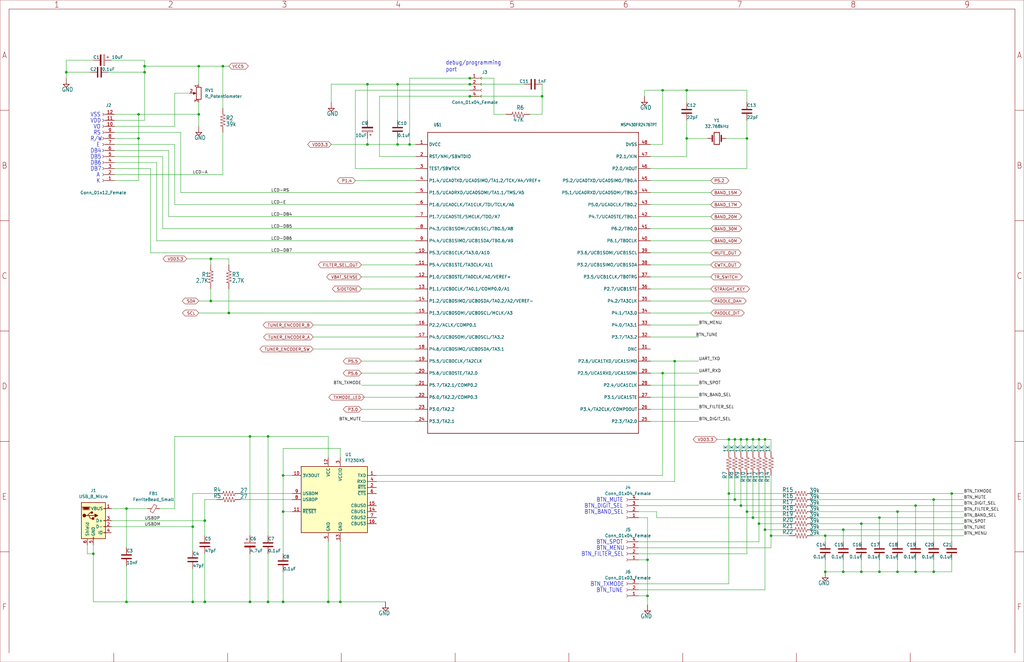
<source format=kicad_sch>
(kicad_sch (version 20211123) (generator eeschema)
  (paper "USLedger")
  (title_block (title "5BandCW") (date "2022-03-19"))
  (junction (at 60.96 30.48))
  (junction (at 105.41 184.15))
  (junction (at 320.04 185.42))
  (junction (at 378.46 215.9))
  (junction (at 386.08 213.36))
  (junction (at 167.64 35.56))
  (junction (at 154.94 60.96))
  (junction (at 370.84 218.44))
  (junction (at 347.98 241.3))
  (junction (at 113.03 184.15))
  (junction (at 138.43 254))
  (junction (at 273.05 251.46))
  (junction (at 393.7 241.3))
  (junction (at 312.42 213.36))
  (junction (at 322.58 185.42))
  (junction (at 363.22 241.3))
  (junction (at 60.96 27.94))
  (junction (at 167.64 60.96))
  (junction (at 312.42 185.42))
  (junction (at 355.6 241.3))
  (junction (at 370.84 241.3))
  (junction (at 198.12 40.64))
  (junction (at 314.96 58.42))
  (junction (at 58.42 48.26))
  (junction (at 228.6 40.64))
  (junction (at 289.56 58.42))
  (junction (at 289.56 38.1))
  (junction (at 314.96 185.42))
  (junction (at 93.98 27.94))
  (junction (at 88.9 109.22))
  (junction (at 322.58 223.52))
  (junction (at 393.7 210.82))
  (junction (at 119.38 254))
  (junction (at 119.38 200.66))
  (junction (at 279.4 38.1))
  (junction (at 58.42 58.42))
  (junction (at 86.36 219.71))
  (junction (at 279.4 157.48))
  (junction (at 83.82 27.94))
  (junction (at 198.12 33.02))
  (junction (at 314.96 215.9))
  (junction (at 363.22 220.98))
  (junction (at 386.08 241.3))
  (junction (at 39.37 233.68))
  (junction (at 86.36 254))
  (junction (at 81.28 222.25))
  (junction (at 284.48 152.4))
  (junction (at 378.46 241.3))
  (junction (at 307.34 208.28))
  (junction (at 27.94 30.48))
  (junction (at 143.51 254))
  (junction (at 401.32 208.28))
  (junction (at 119.38 215.9))
  (junction (at 309.88 185.42))
  (junction (at 307.34 185.42))
  (junction (at 81.28 254))
  (junction (at 273.05 236.22))
  (junction (at 96.52 132.08))
  (junction (at 320.04 220.98))
  (junction (at 317.5 218.44))
  (junction (at 198.12 35.56))
  (junction (at 105.41 254))
  (junction (at 53.34 254))
  (junction (at 347.98 226.06))
  (junction (at 88.9 127))
  (junction (at 325.12 226.06))
  (junction (at 172.72 60.96))
  (junction (at 53.34 214.63))
  (junction (at 355.6 223.52))
  (junction (at 317.5 185.42))
  (junction (at 113.03 254))
  (junction (at 309.88 210.82))
  (junction (at 83.82 48.26))
  (junction (at 154.94 35.56))
  (wire (pts (xy 363.22 228.6) (xy 363.22 220.98)))
  (wire (pts (xy 86.36 254) (xy 105.41 254)))
  (wire (pts (xy 317.5 190.5) (xy 317.5 185.42)))
  (wire (pts (xy 279.4 157.48) (xy 294.64 157.48)))
  (wire (pts (xy 223.52 48.26) (xy 228.6 48.26)))
  (wire (pts (xy 172.72 33.02) (xy 198.12 33.02)))
  (wire (pts (xy 105.41 254) (xy 113.03 254)))
  (wire (pts (xy 46.99 219.71) (xy 86.36 219.71)))
  (wire (pts (xy 342.9 220.98) (xy 363.22 220.98)))
  (wire (pts (xy 73.66 53.34) (xy 73.66 39.37)))
  (wire (pts (xy 274.32 81.28) (xy 299.72 81.28)))
  (wire (pts (xy 86.36 210.82) (xy 91.44 210.82)))
  (wire (pts (xy 93.98 55.88) (xy 93.98 73.66)))
  (wire (pts (xy 152.4 111.76) (xy 175.26 111.76)))
  (wire (pts (xy 60.96 25.4) (xy 60.96 27.94)))
  (wire (pts (xy 332.74 220.98) (xy 320.04 220.98)))
  (wire (pts (xy 81.28 240.03) (xy 81.28 254)))
  (wire (pts (xy 269.24 251.46) (xy 273.05 251.46)))
  (wire (pts (xy 208.28 33.02) (xy 208.28 48.26)))
  (wire (pts (xy 149.86 38.1) (xy 149.86 71.12)))
  (wire (pts (xy 175.26 137.16) (xy 132.08 137.16)))
  (wire (pts (xy 58.42 76.2) (xy 48.26 76.2)))
  (wire (pts (xy 27.94 25.4) (xy 27.94 30.48)))
  (wire (pts (xy 53.34 214.63) (xy 62.23 214.63)))
  (wire (pts (xy 68.58 66.04) (xy 48.26 66.04)))
  (wire (pts (xy 175.26 127) (xy 88.9 127)))
  (wire (pts (xy 67.31 214.63) (xy 73.66 214.63)))
  (wire (pts (xy 198.12 33.02) (xy 208.28 33.02)))
  (wire (pts (xy 332.74 226.06) (xy 325.12 226.06)))
  (wire (pts (xy 73.66 86.36) (xy 73.66 60.96)))
  (wire (pts (xy 342.9 213.36) (xy 386.08 213.36)))
  (wire (pts (xy 322.58 200.66) (xy 322.58 223.52)))
  (wire (pts (xy 58.42 58.42) (xy 58.42 48.26)))
  (wire (pts (xy 347.98 241.3) (xy 347.98 236.22)))
  (wire (pts (xy 314.96 200.66) (xy 314.96 215.9)))
  (wire (pts (xy 175.26 177.8) (xy 152.4 177.8)))
  (wire (pts (xy 317.5 185.42) (xy 314.96 185.42)))
  (wire (pts (xy 393.7 210.82) (xy 393.7 228.6)))
  (wire (pts (xy 317.5 200.66) (xy 317.5 218.44)))
  (wire (pts (xy 139.7 43.18) (xy 139.7 35.56)))
  (wire (pts (xy 154.94 50.8) (xy 154.94 35.56)))
  (wire (pts (xy 279.4 60.96) (xy 279.4 38.1)))
  (wire (pts (xy 289.56 58.42) (xy 289.56 50.8)))
  (wire (pts (xy 274.32 66.04) (xy 289.56 66.04)))
  (wire (pts (xy 322.58 185.42) (xy 320.04 185.42)))
  (wire (pts (xy 53.34 238.76) (xy 53.34 254)))
  (wire (pts (xy 88.9 121.92) (xy 88.9 127)))
  (wire (pts (xy 198.12 35.56) (xy 220.98 35.56)))
  (wire (pts (xy 393.7 236.22) (xy 393.7 241.3)))
  (wire (pts (xy 325.12 226.06) (xy 325.12 231.14)))
  (wire (pts (xy 36.83 229.87) (xy 36.83 233.68)))
  (wire (pts (xy 160.02 40.64) (xy 160.02 66.04)))
  (wire (pts (xy 378.46 241.3) (xy 370.84 241.3)))
  (wire (pts (xy 167.64 35.56) (xy 198.12 35.56)))
  (wire (pts (xy 342.9 208.28) (xy 401.32 208.28)))
  (wire (pts (xy 274.32 132.08) (xy 299.72 132.08)))
  (wire (pts (xy 378.46 215.9) (xy 378.46 228.6)))
  (wire (pts (xy 274.32 142.24) (xy 294.64 142.24)))
  (wire (pts (xy 284.48 152.4) (xy 284.48 203.2)))
  (wire (pts (xy 274.32 127) (xy 299.72 127)))
  (wire (pts (xy 274.32 172.72) (xy 294.64 172.72)))
  (wire (pts (xy 105.41 226.06) (xy 105.41 184.15)))
  (wire (pts (xy 175.26 96.52) (xy 68.58 96.52)))
  (wire (pts (xy 93.98 73.66) (xy 48.26 73.66)))
  (wire (pts (xy 325.12 185.42) (xy 322.58 185.42)))
  (wire (pts (xy 307.34 185.42) (xy 302.26 185.42)))
  (wire (pts (xy 46.99 214.63) (xy 53.34 214.63)))
  (wire (pts (xy 347.98 226.06) (xy 342.9 226.06)))
  (wire (pts (xy 73.66 184.15) (xy 73.66 214.63)))
  (wire (pts (xy 401.32 241.3) (xy 393.7 241.3)))
  (wire (pts (xy 105.41 184.15) (xy 113.03 184.15)))
  (wire (pts (xy 96.52 132.08) (xy 83.82 132.08)))
  (wire (pts (xy 274.32 101.6) (xy 299.72 101.6)))
  (wire (pts (xy 269.24 213.36) (xy 312.42 213.36)))
  (wire (pts (xy 138.43 184.15) (xy 138.43 193.04)))
  (wire (pts (xy 167.64 50.8) (xy 167.64 35.56)))
  (wire (pts (xy 167.64 58.42) (xy 167.64 60.96)))
  (wire (pts (xy 76.2 55.88) (xy 48.26 55.88)))
  (wire (pts (xy 269.24 218.44) (xy 273.05 218.44)))
  (wire (pts (xy 160.02 66.04) (xy 175.26 66.04)))
  (wire (pts (xy 342.9 223.52) (xy 355.6 223.52)))
  (wire (pts (xy 39.37 233.68) (xy 36.83 233.68)))
  (wire (pts (xy 113.03 233.68) (xy 113.03 254)))
  (wire (pts (xy 347.98 228.6) (xy 347.98 226.06)))
  (wire (pts (xy 53.34 254) (xy 81.28 254)))
  (wire (pts (xy 332.74 218.44) (xy 317.5 218.44)))
  (wire (pts (xy 96.52 111.76) (xy 96.52 109.22)))
  (wire (pts (xy 314.96 215.9) (xy 314.96 233.68)))
  (wire (pts (xy 66.04 68.58) (xy 48.26 68.58)))
  (wire (pts (xy 314.96 38.1) (xy 314.96 43.18)))
  (wire (pts (xy 88.9 127) (xy 83.82 127)))
  (wire (pts (xy 60.96 30.48) (xy 60.96 27.94)))
  (wire (pts (xy 172.72 33.02) (xy 172.72 60.96)))
  (wire (pts (xy 269.24 236.22) (xy 273.05 236.22)))
  (wire (pts (xy 322.58 190.5) (xy 322.58 185.42)))
  (wire (pts (xy 123.19 215.9) (xy 119.38 215.9)))
  (wire (pts (xy 274.32 167.64) (xy 294.64 167.64)))
  (wire (pts (xy 355.6 236.22) (xy 355.6 241.3)))
  (wire (pts (xy 306.07 58.42) (xy 314.96 58.42)))
  (wire (pts (xy 370.84 236.22) (xy 370.84 241.3)))
  (wire (pts (xy 119.38 241.3) (xy 119.38 254)))
  (wire (pts (xy 312.42 200.66) (xy 312.42 213.36)))
  (wire (pts (xy 175.26 76.2) (xy 149.86 76.2)))
  (wire (pts (xy 274.32 71.12) (xy 314.96 71.12)))
  (wire (pts (xy 289.56 43.18) (xy 289.56 38.1)))
  (wire (pts (xy 273.05 236.22) (xy 273.05 251.46)))
  (wire (pts (xy 175.26 162.56) (xy 152.4 162.56)))
  (wire (pts (xy 386.08 213.36) (xy 406.4 213.36)))
  (wire (pts (xy 83.82 27.94) (xy 83.82 35.56)))
  (wire (pts (xy 86.36 210.82) (xy 86.36 219.71)))
  (wire (pts (xy 96.52 121.92) (xy 96.52 132.08)))
  (wire (pts (xy 175.26 172.72) (xy 152.4 172.72)))
  (wire (pts (xy 119.38 200.66) (xy 119.38 215.9)))
  (wire (pts (xy 386.08 241.3) (xy 378.46 241.3)))
  (wire (pts (xy 175.26 86.36) (xy 73.66 86.36)))
  (wire (pts (xy 60.96 27.94) (xy 83.82 27.94)))
  (wire (pts (xy 274.32 76.2) (xy 299.72 76.2)))
  (wire (pts (xy 76.2 81.28) (xy 76.2 55.88)))
  (wire (pts (xy 39.37 233.68) (xy 39.37 254)))
  (wire (pts (xy 160.02 40.64) (xy 198.12 40.64)))
  (wire (pts (xy 269.24 228.6) (xy 320.04 228.6)))
  (wire (pts (xy 73.66 60.96) (xy 48.26 60.96)))
  (wire (pts (xy 274.32 152.4) (xy 284.48 152.4)))
  (wire (pts (xy 88.9 109.22) (xy 78.74 109.22)))
  (wire (pts (xy 152.4 167.64) (xy 175.26 167.64)))
  (wire (pts (xy 274.32 162.56) (xy 294.64 162.56)))
  (wire (pts (xy 175.26 142.24) (xy 132.08 142.24)))
  (wire (pts (xy 138.43 228.6) (xy 138.43 254)))
  (wire (pts (xy 60.96 50.8) (xy 60.96 30.48)))
  (wire (pts (xy 393.7 210.82) (xy 406.4 210.82)))
  (wire (pts (xy 342.9 218.44) (xy 370.84 218.44)))
  (wire (pts (xy 93.98 27.94) (xy 96.52 27.94)))
  (wire (pts (xy 48.26 53.34) (xy 73.66 53.34)))
  (wire (pts (xy 172.72 60.96) (xy 167.64 60.96)))
  (wire (pts (xy 83.82 27.94) (xy 93.98 27.94)))
  (wire (pts (xy 309.88 185.42) (xy 307.34 185.42)))
  (wire (pts (xy 228.6 40.64) (xy 228.6 35.56)))
  (wire (pts (xy 105.41 184.15) (xy 73.66 184.15)))
  (wire (pts (xy 123.19 200.66) (xy 119.38 200.66)))
  (wire (pts (xy 45.72 30.48) (xy 60.96 30.48)))
  (wire (pts (xy 143.51 254) (xy 162.56 254)))
  (wire (pts (xy 274.32 60.96) (xy 279.4 60.96)))
  (wire (pts (xy 269.24 248.92) (xy 322.58 248.92)))
  (wire (pts (xy 363.22 220.98) (xy 406.4 220.98)))
  (wire (pts (xy 332.74 213.36) (xy 312.42 213.36)))
  (wire (pts (xy 101.6 210.82) (xy 123.19 210.82)))
  (wire (pts (xy 175.26 157.48) (xy 152.4 157.48)))
  (wire (pts (xy 73.66 39.37) (xy 80.01 39.37)))
  (wire (pts (xy 274.32 116.84) (xy 299.72 116.84)))
  (wire (pts (xy 401.32 208.28) (xy 406.4 208.28)))
  (wire (pts (xy 274.32 96.52) (xy 299.72 96.52)))
  (wire (pts (xy 83.82 53.34) (xy 83.82 48.26)))
  (wire (pts (xy 274.32 137.16) (xy 294.64 137.16)))
  (wire (pts (xy 271.78 38.1) (xy 279.4 38.1)))
  (wire (pts (xy 154.94 60.96) (xy 139.7 60.96)))
  (wire (pts (xy 175.26 60.96) (xy 172.72 60.96)))
  (wire (pts (xy 149.86 71.12) (xy 175.26 71.12)))
  (wire (pts (xy 274.32 121.92) (xy 299.72 121.92)))
  (wire (pts (xy 154.94 60.96) (xy 154.94 58.42)))
  (wire (pts (xy 81.28 254) (xy 86.36 254)))
  (wire (pts (xy 175.26 106.68) (xy 63.5 106.68)))
  (wire (pts (xy 58.42 58.42) (xy 48.26 58.42)))
  (wire (pts (xy 325.12 200.66) (xy 325.12 226.06)))
  (wire (pts (xy 27.94 30.48) (xy 27.94 33.02)))
  (wire (pts (xy 307.34 208.28) (xy 307.34 246.38)))
  (wire (pts (xy 322.58 223.52) (xy 322.58 248.92)))
  (wire (pts (xy 342.9 210.82) (xy 393.7 210.82)))
  (wire (pts (xy 175.26 152.4) (xy 152.4 152.4)))
  (wire (pts (xy 355.6 241.3) (xy 347.98 241.3)))
  (wire (pts (xy 307.34 190.5) (xy 307.34 185.42)))
  (wire (pts (xy 143.51 189.23) (xy 119.38 189.23)))
  (wire (pts (xy 401.32 208.28) (xy 401.32 228.6)))
  (wire (pts (xy 276.86 218.44) (xy 276.86 215.9)))
  (wire (pts (xy 284.48 152.4) (xy 294.64 152.4)))
  (wire (pts (xy 119.38 254) (xy 138.43 254)))
  (wire (pts (xy 175.26 91.44) (xy 71.12 91.44)))
  (wire (pts (xy 154.94 35.56) (xy 167.64 35.56)))
  (wire (pts (xy 289.56 38.1) (xy 314.96 38.1)))
  (wire (pts (xy 363.22 241.3) (xy 355.6 241.3)))
  (wire (pts (xy 39.37 229.87) (xy 39.37 233.68)))
  (wire (pts (xy 279.4 200.66) (xy 158.75 200.66)))
  (wire (pts (xy 83.82 43.18) (xy 83.82 48.26)))
  (wire (pts (xy 71.12 91.44) (xy 71.12 63.5)))
  (wire (pts (xy 370.84 241.3) (xy 363.22 241.3)))
  (wire (pts (xy 198.12 40.64) (xy 228.6 40.64)))
  (wire (pts (xy 39.37 25.4) (xy 27.94 25.4)))
  (wire (pts (xy 138.43 254) (xy 143.51 254)))
  (wire (pts (xy 274.32 177.8) (xy 294.64 177.8)))
  (wire (pts (xy 269.24 215.9) (xy 276.86 215.9)))
  (wire (pts (xy 274.32 111.76) (xy 299.72 111.76)))
  (wire (pts (xy 175.26 81.28) (xy 76.2 81.28)))
  (wire (pts (xy 317.5 218.44) (xy 276.86 218.44)))
  (wire (pts (xy 363.22 236.22) (xy 363.22 241.3)))
  (wire (pts (xy 91.44 208.28) (xy 81.28 208.28)))
  (wire (pts (xy 71.12 63.5) (xy 48.26 63.5)))
  (wire (pts (xy 332.74 208.28) (xy 307.34 208.28)))
  (wire (pts (xy 88.9 111.76) (xy 88.9 109.22)))
  (wire (pts (xy 66.04 101.6) (xy 66.04 68.58)))
  (wire (pts (xy 46.99 222.25) (xy 81.28 222.25)))
  (wire (pts (xy 342.9 215.9) (xy 378.46 215.9)))
  (wire (pts (xy 355.6 223.52) (xy 406.4 223.52)))
  (wire (pts (xy 86.36 219.71) (xy 86.36 226.06)))
  (wire (pts (xy 48.26 50.8) (xy 60.96 50.8)))
  (wire (pts (xy 113.03 184.15) (xy 138.43 184.15)))
  (wire (pts (xy 96.52 109.22) (xy 88.9 109.22)))
  (wire (pts (xy 39.37 254) (xy 53.34 254)))
  (wire (pts (xy 370.84 228.6) (xy 370.84 218.44)))
  (wire (pts (xy 386.08 213.36) (xy 386.08 228.6)))
  (wire (pts (xy 271.78 40.64) (xy 271.78 38.1)))
  (wire (pts (xy 58.42 48.26) (xy 83.82 48.26)))
  (wire (pts (xy 314.96 58.42) (xy 314.96 50.8)))
  (wire (pts (xy 314.96 71.12) (xy 314.96 58.42)))
  (wire (pts (xy 63.5 106.68) (xy 63.5 71.12)))
  (wire (pts (xy 86.36 233.68) (xy 86.36 254)))
  (wire (pts (xy 158.75 203.2) (xy 284.48 203.2)))
  (wire (pts (xy 393.7 241.3) (xy 386.08 241.3)))
  (wire (pts (xy 167.64 60.96) (xy 154.94 60.96)))
  (wire (pts (xy 93.98 45.72) (xy 93.98 27.94)))
  (wire (pts (xy 269.24 246.38) (xy 307.34 246.38)))
  (wire (pts (xy 312.42 190.5) (xy 312.42 185.42)))
  (wire (pts (xy 347.98 226.06) (xy 406.4 226.06)))
  (wire (pts (xy 175.26 101.6) (xy 66.04 101.6)))
  (wire (pts (xy 332.74 223.52) (xy 322.58 223.52)))
  (wire (pts (xy 58.42 76.2) (xy 58.42 58.42)))
  (wire (pts (xy 269.24 210.82) (xy 309.88 210.82)))
  (wire (pts (xy 38.1 30.48) (xy 27.94 30.48)))
  (wire (pts (xy 386.08 236.22) (xy 386.08 241.3)))
  (wire (pts (xy 314.96 185.42) (xy 312.42 185.42)))
  (wire (pts (xy 175.26 147.32) (xy 132.08 147.32)))
  (wire (pts (xy 269.24 233.68) (xy 314.96 233.68)))
  (wire (pts (xy 370.84 218.44) (xy 406.4 218.44)))
  (wire (pts (xy 320.04 200.66) (xy 320.04 220.98)))
  (wire (pts (xy 113.03 184.15) (xy 113.03 226.06)))
  (wire (pts (xy 119.38 215.9) (xy 119.38 233.68)))
  (wire (pts (xy 139.7 35.56) (xy 154.94 35.56)))
  (wire (pts (xy 320.04 185.42) (xy 317.5 185.42)))
  (wire (pts (xy 279.4 38.1) (xy 289.56 38.1)))
  (wire (pts (xy 289.56 66.04) (xy 289.56 58.42)))
  (wire (pts (xy 113.03 254) (xy 119.38 254)))
  (wire (pts (xy 289.56 58.42) (xy 298.45 58.42)))
  (wire (pts (xy 143.51 193.04) (xy 143.51 189.23)))
  (wire (pts (xy 320.04 190.5) (xy 320.04 185.42)))
  (wire (pts (xy 309.88 190.5) (xy 309.88 185.42)))
  (wire (pts (xy 152.4 116.84) (xy 175.26 116.84)))
  (wire (pts (xy 378.46 236.22) (xy 378.46 241.3)))
  (wire (pts (xy 355.6 228.6) (xy 355.6 223.52)))
  (wire (pts (xy 279.4 157.48) (xy 279.4 200.66)))
  (wire (pts (xy 105.41 233.68) (xy 105.41 254)))
  (wire (pts (xy 274.32 106.68) (xy 299.72 106.68)))
  (wire (pts (xy 175.26 132.08) (xy 96.52 132.08)))
  (wire (pts (xy 273.05 218.44) (xy 273.05 236.22)))
  (wire (pts (xy 274.32 157.48) (xy 279.4 157.48)))
  (wire (pts (xy 320.04 220.98) (xy 320.04 228.6)))
  (wire (pts (xy 307.34 200.66) (xy 307.34 208.28)))
  (wire (pts (xy 198.12 38.1) (xy 149.86 38.1)))
  (wire (pts (xy 143.51 228.6) (xy 143.51 254)))
  (wire (pts (xy 312.42 185.42) (xy 309.88 185.42)))
  (wire (pts (xy 101.6 208.28) (xy 123.19 208.28)))
  (wire (pts (xy 228.6 40.64) (xy 228.6 48.26)))
  (wire (pts (xy 63.5 71.12) (xy 48.26 71.12)))
  (wire (pts (xy 332.74 210.82) (xy 309.88 210.82)))
  (wire (pts (xy 208.28 48.26) (xy 213.36 48.26)))
  (wire (pts (xy 152.4 121.92) (xy 175.26 121.92)))
  (wire (pts (xy 53.34 214.63) (xy 53.34 231.14)))
  (wire (pts (xy 273.05 251.46) (xy 273.05 255.27)))
  (wire (pts (xy 81.28 208.28) (xy 81.28 222.25)))
  (wire (pts (xy 325.12 190.5) (xy 325.12 185.42)))
  (wire (pts (xy 81.28 222.25) (xy 81.28 232.41)))
  (wire (pts (xy 274.32 91.44) (xy 299.72 91.44)))
  (wire (pts (xy 378.46 215.9) (xy 406.4 215.9)))
  (wire (pts (xy 332.74 215.9) (xy 314.96 215.9)))
  (wire (pts (xy 309.88 200.66) (xy 309.88 210.82)))
  (wire (pts (xy 269.24 231.14) (xy 325.12 231.14)))
  (wire (pts (xy 401.32 236.22) (xy 401.32 241.3)))
  (wire (pts (xy 48.26 48.26) (xy 58.42 48.26)))
  (wire (pts (xy 274.32 86.36) (xy 299.72 86.36)))
  (wire (pts (xy 119.38 189.23) (xy 119.38 200.66)))
  (wire (pts (xy 314.96 190.5) (xy 314.96 185.42)))
  (wire (pts (xy 46.99 25.4) (xy 60.96 25.4)))
  (wire (pts (xy 68.58 96.52) (xy 68.58 66.04)))
  (text "BTN_FILTER_SEL" (at 245.11 234.95 180) (effects (font (size 1.778 1.5113)) (justify left bottom)))
  (text "VDD" (at 38.1 52.07 180) (effects (font (size 1.778 1.5113)) (justify left bottom)))
  (text "E" (at 40.64 62.23 180) (effects (font (size 1.778 1.5113)) (justify left bottom)))
  (text "VSS" (at 38.1 49.53 180) (effects (font (size 1.778 1.5113)) (justify left bottom)))
  (text "K" (at 40.64 77.47 180) (effects (font (size 1.778 1.5113)) (justify left bottom)))
  (text "A" (at 40.64 74.93 180) (effects (font (size 1.778 1.5113)) (justify left bottom)))
  (text "RS" (at 39.37 57.15 180) (effects (font (size 1.778 1.5113)) (justify left bottom)))
  (text "DB5" (at 38.1 67.31 180) (effects (font (size 1.778 1.5113)) (justify left bottom)))
  (text "BTN_BAND_SEL" (at 246.38 217.17 180) (effects (font (size 1.778 1.5113)) (justify left bottom)))
  (text "BTN_MUTE" (at 251.46 212.09 180) (effects (font (size 1.778 1.5113)) (justify left bottom)))
  (text "BTN_TUNE" (at 251.46 250.19 180) (effects (font (size 1.778 1.5113)) (justify left bottom)))
  (text "DB4" (at 38.1 64.77 180) (effects (font (size 1.778 1.5113)) (justify left bottom)))
  (text "BTN_DIGIT_SEL" (at 246.38 214.63 180) (effects (font (size 1.778 1.5113)) (justify left bottom)))
  (text "DB6" (at 38.1 69.85 180) (effects (font (size 1.778 1.5113)) (justify left bottom)))
  (text "BTN_TXMODE" (at 248.92 247.65 180) (effects (font (size 1.778 1.5113)) (justify left bottom)))
  (text "R/W" (at 38.1 59.69 180) (effects (font (size 1.778 1.5113)) (justify left bottom)))
  (text "VO" (at 39.37 54.61 180) (effects (font (size 1.778 1.5113)) (justify left bottom)))
  (text "DB7" (at 38.1 72.39 180) (effects (font (size 1.778 1.5113)) (justify left bottom)))
  (text "debug/programming\nport" (at 187.96 30.48 180) (effects (font (size 1.778 1.5113)) (justify left bottom)))
  (text "BTN_MENU" (at 251.46 232.41 180) (effects (font (size 1.778 1.5113)) (justify left bottom)))
  (text "BTN_SPOT" (at 251.46 229.87 180) (effects (font (size 1.778 1.5113)) (justify left bottom)))
  (label "LCD-E" (at 114.3 86.36 0) (effects (font (size 1.2446 1.2446))))
  (label "BTN_DIGIT_SEL" (at 406.4 213.36 0) (effects (font (size 1.2446 1.2446))))
  (label "BTN_SPOT" (at 406.4 220.98 0) (effects (font (size 1.2446 1.2446))))
  (label "USBDM" (at 60.96 222.25 0))
  (label "LCD-DB6" (at 114.3 101.6 0) (effects (font (size 1.2446 1.2446))))
  (label "BTN_BAND_SEL" (at 406.4 218.44 0) (effects (font (size 1.2446 1.2446))))
  (label "BTN_MUTE" (at 406.4 210.82 0) (effects (font (size 1.2446 1.2446))))
  (label "BTN_TUNE" (at 406.4 223.52 0) (effects (font (size 1.2446 1.2446))))
  (label "BTN_MUTE" (at 152.4 177.8 180) (effects (font (size 1.2446 1.2446))))
  (label "LCD-DB7" (at 114.3 106.68 0) (effects (font (size 1.2446 1.2446))))
  (label "LCD-DB4" (at 114.3 91.44 0) (effects (font (size 1.2446 1.2446))))
  (label "BTN_DIGIT_SEL" (at 294.64 177.8 0) (effects (font (size 1.2446 1.2446))))
  (label "BTN_MENU" (at 406.4 226.06 0) (effects (font (size 1.2446 1.2446))))
  (label "BTN_FILTER_SEL" (at 406.4 215.9 0) (effects (font (size 1.2446 1.2446))))
  (label "UART_TXD" (at 294.64 152.4 0) (effects (font (size 1.2446 1.2446))))
  (label "LCD-RS" (at 114.3 81.28 0) (effects (font (size 1.2446 1.2446))))
  (label "LCD-DB5" (at 114.3 96.52 0) (effects (font (size 1.2446 1.2446))))
  (label "LCD-A" (at 81.28 73.66 0) (effects (font (size 1.2446 1.2446))))
  (label "BTN_TUNE" (at 293.37 142.24 0) (effects (font (size 1.2446 1.2446))))
  (label "USBDP" (at 60.96 219.71 0))
  (label "BTN_FILTER_SEL" (at 294.64 172.72 0) (effects (font (size 1.2446 1.2446))))
  (label "UART_RXD" (at 294.64 157.48 0) (effects (font (size 1.2446 1.2446))))
  (label "BTN_TXMODE" (at 406.4 208.28 0) (effects (font (size 1.2446 1.2446))))
  (label "BTN_MENU" (at 294.64 137.16 0) (effects (font (size 1.2446 1.2446))))
  (label "BTN_BAND_SEL" (at 294.64 167.64 0) (effects (font (size 1.2446 1.2446))))
  (label "BTN_SPOT" (at 294.64 162.56 0) (effects (font (size 1.2446 1.2446))))
  (label "BTN_TXMODE" (at 152.4 162.56 180) (effects (font (size 1.2446 1.2446))))
  (global_label "MUTE_OUT" (shape bidirectional) (at 299.72 106.68 0) (effects (font (size 1.2446 1.2446))) (property "Intersheet References" "${INTERSHEET_REFS}" (effects hide)))
  (global_label "TXMODE_LED" (shape bidirectional) (at 153.67 167.64 180) (effects (font (size 1.2446 1.2446))) (property "Intersheet References" "${INTERSHEET_REFS}" (effects hide)))
  (global_label "P5.2" (shape bidirectional) (at 299.72 76.2 0) (effects (font (size 1.2446 1.2446))) (property "Intersheet References" "${INTERSHEET_REFS}" (effects hide)))
  (global_label "P3.0" (shape bidirectional) (at 152.4 172.72 180) (effects (font (size 1.2446 1.2446))) (property "Intersheet References" "${INTERSHEET_REFS}" (effects hide)))
  (global_label "TUNER_ENCODER_A" (shape bidirectional) (at 132.08 142.24 180) (effects (font (size 1.2446 1.2446))) (property "Intersheet References" "${INTERSHEET_REFS}" (effects hide)))
  (global_label "P5.5" (shape bidirectional) (at 152.4 152.4 180) (effects (font (size 1.2446 1.2446))) (property "Intersheet References" "${INTERSHEET_REFS}" (effects hide)))
  (global_label "SCL" (shape bidirectional) (at 83.82 132.08 180) (effects (font (size 1.2446 1.2446))) (property "Intersheet References" "${INTERSHEET_REFS}" (effects hide)))
  (global_label "VDD3.3" (shape bidirectional) (at 78.74 109.22 180) (effects (font (size 1.2446 1.2446))) (property "Intersheet References" "${INTERSHEET_REFS}" (effects hide)))
  (global_label "TUNER_ENCODER_SW" (shape bidirectional) (at 132.08 147.32 180) (effects (font (size 1.2446 1.2446))) (property "Intersheet References" "${INTERSHEET_REFS}" (effects hide)))
  (global_label "BAND_40M" (shape bidirectional) (at 299.72 101.6 0) (effects (font (size 1.2446 1.2446))) (property "Intersheet References" "${INTERSHEET_REFS}" (effects hide)))
  (global_label "SDA" (shape bidirectional) (at 83.82 127 180) (effects (font (size 1.2446 1.2446))) (property "Intersheet References" "${INTERSHEET_REFS}" (effects hide)))
  (global_label "STRAIGHT_KEY" (shape bidirectional) (at 299.72 121.92 0) (effects (font (size 1.2446 1.2446))) (property "Intersheet References" "${INTERSHEET_REFS}" (effects hide)))
  (global_label "CWTX_OUT" (shape bidirectional) (at 299.72 111.76 0) (effects (font (size 1.2446 1.2446))) (property "Intersheet References" "${INTERSHEET_REFS}" (effects hide)))
  (global_label "P5.6" (shape bidirectional) (at 152.4 157.48 180) (effects (font (size 1.2446 1.2446))) (property "Intersheet References" "${INTERSHEET_REFS}" (effects hide)))
  (global_label "VCC5" (shape bidirectional) (at 96.52 27.94 0) (effects (font (size 1.2446 1.2446))) (property "Intersheet References" "${INTERSHEET_REFS}" (effects hide)))
  (global_label "VDD3.3" (shape bidirectional) (at 139.7 60.96 180) (effects (font (size 1.2446 1.2446))) (property "Intersheet References" "${INTERSHEET_REFS}" (effects hide)))
  (global_label "PADDLE_DAH" (shape bidirectional) (at 299.72 127 0) (effects (font (size 1.2446 1.2446))) (property "Intersheet References" "${INTERSHEET_REFS}" (effects hide)))
  (global_label "P1.4" (shape bidirectional) (at 149.86 76.2 180) (effects (font (size 1.2446 1.2446))) (property "Intersheet References" "${INTERSHEET_REFS}" (effects hide)))
  (global_label "TUNER_ENCODER_B" (shape bidirectional) (at 132.08 137.16 180) (effects (font (size 1.2446 1.2446))) (property "Intersheet References" "${INTERSHEET_REFS}" (effects hide)))
  (global_label "BAND_20M" (shape bidirectional) (at 299.72 91.44 0) (effects (font (size 1.2446 1.2446))) (property "Intersheet References" "${INTERSHEET_REFS}" (effects hide)))
  (global_label "PADDLE_DIT" (shape bidirectional) (at 299.72 132.08 0) (effects (font (size 1.2446 1.2446))) (property "Intersheet References" "${INTERSHEET_REFS}" (effects hide)))
  (global_label "BAND_15M" (shape bidirectional) (at 299.72 81.28 0) (effects (font (size 1.2446 1.2446))) (property "Intersheet References" "${INTERSHEET_REFS}" (effects hide)))
  (global_label "VDD3.3" (shape bidirectional) (at 302.26 185.42 180) (effects (font (size 1.2446 1.2446))) (property "Intersheet References" "${INTERSHEET_REFS}" (effects hide)))
  (global_label "BAND_30M" (shape bidirectional) (at 299.72 96.52 0) (effects (font (size 1.2446 1.2446))) (property "Intersheet References" "${INTERSHEET_REFS}" (effects hide)))
  (global_label "SIDETONE" (shape bidirectional) (at 152.4 121.92 180) (effects (font (size 1.2446 1.2446))) (property "Intersheet References" "${INTERSHEET_REFS}" (effects hide)))
  (global_label "BAND_17M" (shape bidirectional) (at 299.72 86.36 0) (effects (font (size 1.2446 1.2446))) (property "Intersheet References" "${INTERSHEET_REFS}" (effects hide)))
  (global_label "FILTER_SEL_OUT" (shape bidirectional) (at 152.4 111.76 180) (effects (font (size 1.2446 1.2446))) (property "Intersheet References" "${INTERSHEET_REFS}" (effects hide)))
  (global_label "VBAT_SENSE" (shape bidirectional) (at 152.4 116.84 180) (effects (font (size 1.2446 1.2446))) (property "Intersheet References" "${INTERSHEET_REFS}" (effects hide)))
  (global_label "TR_SWITCH" (shape bidirectional) (at 299.72 116.84 0) (effects (font (size 1.2446 1.2446))) (property "Intersheet References" "${INTERSHEET_REFS}" (effects hide)))
  (symbol (lib_id "main-eagle-import:GND") (at 347.98 243.84 0) (mirror y) (unit 1)
    (property "Reference" "#SUPPLY07" (effects hide))
    (property "Value" "GND" (at 349.885 247.015 0) (effects (font (size 1.778 1.5113)) (justify left bottom)))
    (property "Footprint" "main:" (effects hide))
  )
  (symbol (lib_id "Connector:Conn_01x12_Female") (at 43.18 63.5 180) (unit 1)
    (property "Reference" "J2" (at 46.99 44.45 0) (effects (justify left)))
    (property "Value" "Conn_01x12_Female" (at 53.34 81.28 0) (effects (justify left)))
    (property "Footprint" "Connector_PinHeader_2.54mm:PinHeader_1x12_P2.54mm_Vertical" (effects hide))
  )
  (symbol (lib_id "main-eagle-import:RESISTOR0603") (at 218.44 48.26 180) (unit 1)
    (property "Reference" "R6" (at 220.98 44.45 0) (effects (font (size 1.778 1.5113)) (justify left bottom)))
    (property "Value" "47K" (at 220.98 49.53 0) (effects (font (size 1.778 1.5113)) (justify left bottom)))
    (property "Footprint" "Resistor_SMD:R_0603_1608Metric" (effects hide))
  )
  (symbol (lib_id "main-eagle-import:RESISTOR0603") (at 337.82 220.98 180) (unit 1)
    (property "Reference" "R20" (at 334.518 218.4146 0) (effects (font (size 1.778 1.5113)) (justify left bottom)))
    (property "Value" "39k" (at 345.694 218.694 0) (effects (font (size 1.778 1.5113)) (justify left bottom)))
    (property "Footprint" "Resistor_SMD:R_0603_1608Metric" (effects hide))
  )
  (symbol (lib_id "main-eagle-import:RESISTOR0603") (at 309.88 195.58 270) (unit 1)
    (property "Reference" "R8" (at 307.3146 198.882 0) (effects (font (size 1.778 1.5113)) (justify left bottom)))
    (property "Value" "1K" (at 307.594 187.706 0) (effects (font (size 1.778 1.5113)) (justify left bottom)))
    (property "Footprint" "Resistor_SMD:R_0603_1608Metric" (effects hide))
  )
  (symbol (lib_id "Interface_USB:FT230XS") (at 140.97 210.82 0) (unit 1)
    (property "Reference" "U1" (at 145.5294 191.77 0) (effects (justify left)))
    (property "Value" "FT230XS" (at 145.5294 194.31 0) (effects (justify left)))
    (property "Footprint" "Package_SO:SSOP-16_3.9x4.9mm_P0.635mm" (effects hide))
    (property "Datasheet" "https://www.ftdichip.com/Support/Documents/DataSheets/ICs/DS_FT230X.pdf" (effects hide))
  )
  (symbol (lib_id "main-eagle-import:RESISTOR0603") (at 314.96 195.58 270) (unit 1)
    (property "Reference" "R10" (at 312.3946 198.882 0) (effects (font (size 1.778 1.5113)) (justify left bottom)))
    (property "Value" "1K" (at 312.674 187.706 0) (effects (font (size 1.778 1.5113)) (justify left bottom)))
    (property "Footprint" "Resistor_SMD:R_0603_1608Metric" (effects hide))
  )
  (symbol (lib_id "Connector:Conn_01x04_Female") (at 264.16 215.9 180) (unit 1)
    (property "Reference" "J4" (at 264.795 205.74 0))
    (property "Value" "Conn_01x04_Female" (at 264.795 208.28 0))
    (property "Footprint" "Connector_PinHeader_2.54mm:PinHeader_1x04_P2.54mm_Vertical" (effects hide))
  )
  (symbol (lib_id "Device:R_Potentiometer") (at 83.82 39.37 0) (mirror y) (unit 1)
    (property "Reference" "RV1" (at 86.36 38.0999 0) (effects (justify right)))
    (property "Value" "R_Potentiometer" (at 86.36 40.6399 0) (effects (justify right)))
    (property "Footprint" "Potentiometer_THT:Potentiometer_Bourns_3386C_Horizontal" (effects hide))
  )
  (symbol (lib_id "Device:C") (at 86.36 229.87 0) (unit 1)
    (property "Reference" "C5" (at 86.36 227.33 0) (effects (justify left)))
    (property "Value" "47pF" (at 86.36 232.41 0) (effects (justify left)))
    (property "Footprint" "Capacitor_SMD:C_0603_1608Metric" (effects hide))
  )
  (symbol (lib_id "Device:C") (at 53.34 234.95 0) (unit 1)
    (property "Reference" "C3" (at 53.34 232.41 0) (effects (justify left)))
    (property "Value" "10nF" (at 53.34 237.49 0) (effects (justify left)))
    (property "Footprint" "Capacitor_SMD:C_0603_1608Metric" (effects hide))
  )
  (symbol (lib_id "main-eagle-import:GND") (at 83.82 55.88 0) (unit 1)
    (property "Reference" "#SUPPLY02" (effects hide))
    (property "Value" "GND" (at 81.915 59.055 0) (effects (font (size 1.778 1.5113)) (justify left bottom)))
    (property "Footprint" "main:" (effects hide))
  )
  (symbol (lib_id "Device:C") (at 289.56 46.99 0) (unit 1)
    (property "Reference" "C12" (at 289.56 44.45 0) (effects (justify left)))
    (property "Value" "22pF" (at 289.56 49.53 0) (effects (justify left)))
    (property "Footprint" "Capacitor_SMD:C_0603_1608Metric" (effects hide))
  )
  (symbol (lib_id "main-eagle-import:RESISTOR0603") (at 337.82 218.44 180) (unit 1)
    (property "Reference" "R19" (at 334.518 215.8746 0) (effects (font (size 1.778 1.5113)) (justify left bottom)))
    (property "Value" "39k" (at 345.694 216.154 0) (effects (font (size 1.778 1.5113)) (justify left bottom)))
    (property "Footprint" "Resistor_SMD:R_0603_1608Metric" (effects hide))
  )
  (symbol (lib_id "main-eagle-import:RESISTOR0603") (at 337.82 210.82 180) (unit 1)
    (property "Reference" "R16" (at 334.518 208.2546 0) (effects (font (size 1.778 1.5113)) (justify left bottom)))
    (property "Value" "39k" (at 345.694 208.534 0) (effects (font (size 1.778 1.5113)) (justify left bottom)))
    (property "Footprint" "Resistor_SMD:R_0603_1608Metric" (effects hide))
  )
  (symbol (lib_id "Device:C") (at 386.08 232.41 0) (unit 1)
    (property "Reference" "C19" (at 382.27 229.87 0) (effects (justify left)))
    (property "Value" "0.1uF" (at 381 234.95 0) (effects (justify left)))
    (property "Footprint" "Capacitor_SMD:C_0603_1608Metric" (effects hide))
  )
  (symbol (lib_id "main-eagle-import:RESISTOR0603") (at 322.58 195.58 270) (unit 1)
    (property "Reference" "R13" (at 320.0146 198.882 0) (effects (font (size 1.778 1.5113)) (justify left bottom)))
    (property "Value" "1K" (at 320.294 187.706 0) (effects (font (size 1.778 1.5113)) (justify left bottom)))
    (property "Footprint" "Resistor_SMD:R_0603_1608Metric" (effects hide))
  )
  (symbol (lib_id "main-eagle-import:RESISTOR0603") (at 337.82 223.52 180) (unit 1)
    (property "Reference" "R21" (at 334.518 220.9546 0) (effects (font (size 1.778 1.5113)) (justify left bottom)))
    (property "Value" "39k" (at 345.694 221.234 0) (effects (font (size 1.778 1.5113)) (justify left bottom)))
    (property "Footprint" "Resistor_SMD:R_0603_1608Metric" (effects hide))
  )
  (symbol (lib_id "Device:C") (at 224.79 35.56 90) (unit 1)
    (property "Reference" "C11" (at 220.98 34.29 90))
    (property "Value" "1nF" (at 228.6 34.29 90))
    (property "Footprint" "Capacitor_SMD:C_0603_1608Metric" (effects hide))
  )
  (symbol (lib_id "main-eagle-import:RESISTOR0603") (at 307.34 195.58 270) (unit 1)
    (property "Reference" "R7" (at 304.7746 198.882 0) (effects (font (size 1.778 1.5113)) (justify left bottom)))
    (property "Value" "1K" (at 305.054 187.706 0) (effects (font (size 1.778 1.5113)) (justify left bottom)))
    (property "Footprint" "Resistor_SMD:R_0603_1608Metric" (effects hide))
  )
  (symbol (lib_id "Device:C") (at 370.84 232.41 0) (unit 1)
    (property "Reference" "C17" (at 367.03 229.87 0) (effects (justify left)))
    (property "Value" "0.1uF" (at 365.76 234.95 0) (effects (justify left)))
    (property "Footprint" "Capacitor_SMD:C_0603_1608Metric" (effects hide))
  )
  (symbol (lib_id "main-eagle-import:GND") (at 271.78 43.18 0) (unit 1)
    (property "Reference" "#SUPPLY05" (effects hide))
    (property "Value" "GND" (at 269.875 46.355 0) (effects (font (size 1.778 1.5113)) (justify left bottom)))
    (property "Footprint" "main:" (effects hide))
  )
  (symbol (lib_id "Device:C") (at 314.96 46.99 0) (unit 1)
    (property "Reference" "C13" (at 314.96 44.45 0) (effects (justify left)))
    (property "Value" "22pF" (at 314.96 49.53 0) (effects (justify left)))
    (property "Footprint" "Capacitor_SMD:C_0603_1608Metric" (effects hide))
  )
  (symbol (lib_id "Device:C_Polarized") (at 105.41 229.87 0) (unit 1)
    (property "Reference" "C6" (at 105.41 227.33 0) (effects (justify left)))
    (property "Value" "4.7uF" (at 105.41 232.41 0) (effects (justify left)))
    (property "Footprint" "Capacitor_THT:CP_Radial_D5.0mm_P2.00mm" (effects hide))
  )
  (symbol (lib_id "Device:C") (at 167.64 54.61 0) (unit 1)
    (property "Reference" "C10" (at 167.64 52.07 0) (effects (justify left)))
    (property "Value" "0.1uF" (at 167.64 57.15 0) (effects (justify left)))
    (property "Footprint" "Capacitor_SMD:C_0603_1608Metric" (effects hide))
  )
  (symbol (lib_id "Device:C_Polarized") (at 43.18 25.4 270) (unit 1)
    (property "Reference" "C1" (at 40.64 24.13 90))
    (property "Value" "10uF" (at 49.53 24.13 90))
    (property "Footprint" "Capacitor_THT:CP_Radial_D5.0mm_P2.00mm" (effects hide))
  )
  (symbol (lib_id "Device:FerriteBead_Small") (at 64.77 214.63 90) (unit 1)
    (property "Reference" "FB1" (at 64.7319 208.28 90))
    (property "Value" "FerriteBead_Small" (at 64.7319 210.82 90))
    (property "Footprint" "Resistor_SMD:R_0603_1608Metric" (effects hide))
  )
  (symbol (lib_id "Device:C") (at 347.98 232.41 0) (unit 1)
    (property "Reference" "C14" (at 344.17 229.87 0) (effects (justify left)))
    (property "Value" "0.1uF" (at 342.9 234.95 0) (effects (justify left)))
    (property "Footprint" "Capacitor_SMD:C_0603_1608Metric" (effects hide))
  )
  (symbol (lib_id "main-eagle-import:RESISTOR0603") (at 325.12 195.58 270) (unit 1)
    (property "Reference" "R14" (at 322.5546 198.882 0) (effects (font (size 1.778 1.5113)) (justify left bottom)))
    (property "Value" "1K" (at 322.834 187.706 0) (effects (font (size 1.778 1.5113)) (justify left bottom)))
    (property "Footprint" "Resistor_SMD:R_0603_1608Metric" (effects hide))
  )
  (symbol (lib_id "main-eagle-import:RESISTOR0603") (at 320.04 195.58 270) (unit 1)
    (property "Reference" "R12" (at 317.4746 198.882 0) (effects (font (size 1.778 1.5113)) (justify left bottom)))
    (property "Value" "1K" (at 317.754 187.706 0) (effects (font (size 1.778 1.5113)) (justify left bottom)))
    (property "Footprint" "Resistor_SMD:R_0603_1608Metric" (effects hide))
  )
  (symbol (lib_id "main-eagle-import:RESISTOR0603") (at 96.52 210.82 180) (unit 1)
    (property "Reference" "R5" (at 93.218 208.2546 0) (effects (font (size 1.778 1.5113)) (justify left bottom)))
    (property "Value" "27" (at 104.394 208.534 0) (effects (font (size 1.778 1.5113)) (justify left bottom)))
    (property "Footprint" "Resistor_SMD:R_0603_1608Metric" (effects hide))
  )
  (symbol (lib_id "main-eagle-import:RESISTOR0603") (at 337.82 226.06 180) (unit 1)
    (property "Reference" "R22" (at 334.518 223.4946 0) (effects (font (size 1.778 1.5113)) (justify left bottom)))
    (property "Value" "39k" (at 345.694 223.774 0) (effects (font (size 1.778 1.5113)) (justify left bottom)))
    (property "Footprint" "Resistor_SMD:R_0603_1608Metric" (effects hide))
  )
  (symbol (lib_id "main-eagle-import:RESISTOR0603") (at 337.82 208.28 180) (unit 1)
    (property "Reference" "R15" (at 334.518 205.7146 0) (effects (font (size 1.778 1.5113)) (justify left bottom)))
    (property "Value" "39k" (at 345.694 205.994 0) (effects (font (size 1.778 1.5113)) (justify left bottom)))
    (property "Footprint" "Resistor_SMD:R_0603_1608Metric" (effects hide))
  )
  (symbol (lib_id "main-eagle-import:RESISTOR0603") (at 337.82 213.36 180) (unit 1)
    (property "Reference" "R17" (at 334.518 210.7946 0) (effects (font (size 1.778 1.5113)) (justify left bottom)))
    (property "Value" "39k" (at 345.694 211.074 0) (effects (font (size 1.778 1.5113)) (justify left bottom)))
    (property "Footprint" "Resistor_SMD:R_0603_1608Metric" (effects hide))
  )
  (symbol (lib_id "Device:C") (at 355.6 232.41 0) (unit 1)
    (property "Reference" "C15" (at 351.79 229.87 0) (effects (justify left)))
    (property "Value" "0.1uF" (at 350.52 234.95 0) (effects (justify left)))
    (property "Footprint" "Capacitor_SMD:C_0603_1608Metric" (effects hide))
  )
  (symbol (lib_id "main-eagle-import:GND") (at 273.05 257.81 0) (mirror y) (unit 1)
    (property "Reference" "#SUPPLY06" (effects hide))
    (property "Value" "GND" (at 274.955 260.985 0) (effects (font (size 1.778 1.5113)) (justify left bottom)))
    (property "Footprint" "main:" (effects hide))
  )
  (symbol (lib_id "main-eagle-import:MSP430FR2476TPT") (at 180.34 182.88 0) (unit 1)
    (property "Reference" "U$1" (at 182.88 53.34 0) (effects (font (size 1.27 1.0795)) (justify left bottom)))
    (property "Value" "MSP430FR2476TPT" (at 261.62 53.34 0) (effects (font (size 1.27 1.0795)) (justify left bottom)))
    (property "Footprint" "Package_QFP:LQFP-48_7x7mm_P0.5mm" (effects hide))
  )
  (symbol (lib_id "Device:C") (at 401.32 232.41 0) (unit 1)
    (property "Reference" "C21" (at 397.51 229.87 0) (effects (justify left)))
    (property "Value" "0.1uF" (at 396.24 234.95 0) (effects (justify left)))
    (property "Footprint" "Capacitor_SMD:C_0603_1608Metric" (effects hide))
  )
  (symbol (lib_id "main-eagle-import:RESISTOR0603") (at 96.52 116.84 270) (unit 1)
    (property "Reference" "R3" (at 97.79 116.84 90) (effects (font (size 1.778 1.5113)) (justify left bottom)))
    (property "Value" "2.7K" (at 97.79 119.38 90) (effects (font (size 1.778 1.5113)) (justify left bottom)))
    (property "Footprint" "Resistor_SMD:R_0603_1608Metric" (effects hide))
  )
  (symbol (lib_id "Device:C") (at 113.03 229.87 0) (unit 1)
    (property "Reference" "C7" (at 113.03 227.33 0) (effects (justify left)))
    (property "Value" "0.1uF" (at 113.03 232.41 0) (effects (justify left)))
    (property "Footprint" "Capacitor_SMD:C_0603_1608Metric" (effects hide))
  )
  (symbol (lib_id "main-eagle-import:RESISTOR0603") (at 96.52 208.28 180) (unit 1)
    (property "Reference" "R4" (at 93.218 205.7146 0) (effects (font (size 1.778 1.5113)) (justify left bottom)))
    (property "Value" "27" (at 104.394 205.994 0) (effects (font (size 1.778 1.5113)) (justify left bottom)))
    (property "Footprint" "Resistor_SMD:R_0603_1608Metric" (effects hide))
  )
  (symbol (lib_id "main-eagle-import:GND") (at 27.94 35.56 0) (unit 1)
    (property "Reference" "#SUPPLY01" (effects hide))
    (property "Value" "GND" (at 26.035 38.735 0) (effects (font (size 1.778 1.5113)) (justify left bottom)))
    (property "Footprint" "main:" (effects hide))
  )
  (symbol (lib_id "main-eagle-import:RESISTOR0603") (at 317.5 195.58 270) (unit 1)
    (property "Reference" "R11" (at 314.9346 198.882 0) (effects (font (size 1.778 1.5113)) (justify left bottom)))
    (property "Value" "1K" (at 315.214 187.706 0) (effects (font (size 1.778 1.5113)) (justify left bottom)))
    (property "Footprint" "Resistor_SMD:R_0603_1608Metric" (effects hide))
  )
  (symbol (lib_id "main-eagle-import:RESISTOR0603") (at 312.42 195.58 270) (unit 1)
    (property "Reference" "R9" (at 309.8546 198.882 0) (effects (font (size 1.778 1.5113)) (justify left bottom)))
    (property "Value" "1K" (at 310.134 187.706 0) (effects (font (size 1.778 1.5113)) (justify left bottom)))
    (property "Footprint" "Resistor_SMD:R_0603_1608Metric" (effects hide))
  )
  (symbol (lib_id "main-eagle-import:FRAME_B_L") (at 0 279.4 0) (unit 1)
    (property "Reference" "#FRAME1" (effects hide))
    (property "Value" "FRAME_B_L" (effects hide))
    (property "Footprint" "main:" (effects hide))
  )
  (symbol (lib_id "Device:Crystal") (at 302.26 58.42 0) (unit 1)
    (property "Reference" "Y1" (at 302.26 50.8 0))
    (property "Value" "32.768kHz" (at 302.26 53.34 0))
    (property "Footprint" "Crystal:Crystal_SMD_2012-2Pin_2.0x1.2mm" (effects hide))
  )
  (symbol (lib_id "Connector:Conn_01x04_Female") (at 203.2 35.56 0) (unit 1)
    (property "Reference" "J3" (at 203.2 30.48 0) (effects (justify left)))
    (property "Value" "Conn_01x04_Female" (at 190.5 43.18 0) (effects (justify left)))
    (property "Footprint" "Connector_PinHeader_2.54mm:PinHeader_1x04_P2.54mm_Vertical" (effects hide))
  )
  (symbol (lib_id "Device:C") (at 378.46 232.41 0) (unit 1)
    (property "Reference" "C18" (at 374.65 229.87 0) (effects (justify left)))
    (property "Value" "0.1uF" (at 373.38 234.95 0) (effects (justify left)))
    (property "Footprint" "Capacitor_SMD:C_0603_1608Metric" (effects hide))
  )
  (symbol (lib_id "Device:C") (at 119.38 237.49 0) (unit 1)
    (property "Reference" "C8" (at 119.38 234.95 0) (effects (justify left)))
    (property "Value" "0.1uF" (at 119.38 240.03 0) (effects (justify left)))
    (property "Footprint" "Capacitor_SMD:C_0603_1608Metric" (effects hide))
  )
  (symbol (lib_id "main-eagle-import:RESISTOR0603") (at 88.9 116.84 270) (unit 1)
    (property "Reference" "R1" (at 85.09 116.84 90) (effects (font (size 1.778 1.5113)) (justify left bottom)))
    (property "Value" "2.7K" (at 82.55 119.38 90) (effects (font (size 1.778 1.5113)) (justify left bottom)))
    (property "Footprint" "Resistor_SMD:R_0603_1608Metric" (effects hide))
  )
  (symbol (lib_id "Connector:Conn_01x03_Female") (at 264.16 248.92 180) (unit 1)
    (property "Reference" "J6" (at 264.795 241.3 0))
    (property "Value" "Conn_01x03_Female" (at 264.795 243.84 0))
    (property "Footprint" "Connector_PinHeader_2.54mm:PinHeader_1x03_P2.54mm_Vertical" (effects hide))
  )
  (symbol (lib_id "Device:C") (at 363.22 232.41 0) (unit 1)
    (property "Reference" "C16" (at 359.41 229.87 0) (effects (justify left)))
    (property "Value" "0.1uF" (at 358.14 234.95 0) (effects (justify left)))
    (property "Footprint" "Capacitor_SMD:C_0603_1608Metric" (effects hide))
  )
  (symbol (lib_id "Device:C") (at 393.7 232.41 0) (unit 1)
    (property "Reference" "C20" (at 389.89 229.87 0) (effects (justify left)))
    (property "Value" "0.1uF" (at 388.62 234.95 0) (effects (justify left)))
    (property "Footprint" "Capacitor_SMD:C_0603_1608Metric" (effects hide))
  )
  (symbol (lib_id "Connector:Conn_01x04_Female") (at 264.16 233.68 180) (unit 1)
    (property "Reference" "J5" (at 264.795 223.52 0))
    (property "Value" "Conn_01x04_Female" (at 264.795 226.06 0))
    (property "Footprint" "Connector_PinHeader_2.54mm:PinHeader_1x04_P2.54mm_Vertical" (effects hide))
  )
  (symbol (lib_id "Connector:USB_B_Micro") (at 39.37 219.71 0) (unit 1)
    (property "Reference" "J1" (at 39.37 207.01 0))
    (property "Value" "USB_B_Micro" (at 39.37 209.55 0))
    (property "Footprint" "Connector_USB:USB_Micro-B_Molex-105017-0001" (effects hide))
  )
  (symbol (lib_id "Device:C") (at 81.28 236.22 0) (unit 1)
    (property "Reference" "C4" (at 81.28 233.68 0) (effects (justify left)))
    (property "Value" "47pF" (at 81.28 238.76 0) (effects (justify left)))
    (property "Footprint" "Capacitor_SMD:C_0603_1608Metric" (effects hide))
  )
  (symbol (lib_id "main-eagle-import:RESISTOR0603") (at 93.98 50.8 270) (unit 1)
    (property "Reference" "R2" (at 95.25 50.8 90) (effects (font (size 1.778 1.5113)) (justify left bottom)))
    (property "Value" "39k" (at 95.25 53.34 90) (effects (font (size 1.778 1.5113)) (justify left bottom)))
    (property "Footprint" "Resistor_SMD:R_0603_1608Metric" (effects hide))
  )
  (symbol (lib_id "main-eagle-import:GND") (at 162.56 256.54 0) (mirror y) (unit 1)
    (property "Reference" "#SUPPLY04" (effects hide))
    (property "Value" "GND" (at 164.465 259.715 0) (effects (font (size 1.778 1.5113)) (justify left bottom)))
    (property "Footprint" "main:" (effects hide))
  )
  (symbol (lib_id "Device:C_Polarized") (at 154.94 54.61 180) (unit 1)
    (property "Reference" "C9" (at 152.4 52.07 0) (effects (justify right)))
    (property "Value" "10uF" (at 149.86 57.15 0) (effects (justify right)))
    (property "Footprint" "Capacitor_THT:CP_Radial_D5.0mm_P2.00mm" (effects hide))
  )
  (symbol (lib_id "Device:C") (at 41.91 30.48 90) (unit 1)
    (property "Reference" "C2" (at 39.37 29.21 90))
    (property "Value" "0.1uF" (at 45.72 29.21 90))
    (property "Footprint" "Capacitor_SMD:C_0603_1608Metric" (effects hide))
  )
  (symbol (lib_id "main-eagle-import:GND") (at 139.7 45.72 0) (unit 1)
    (property "Reference" "#SUPPLY03" (effects hide))
    (property "Value" "GND" (at 137.795 48.895 0) (effects (font (size 1.778 1.5113)) (justify left bottom)))
    (property "Footprint" "main:" (effects hide))
  )
  (symbol (lib_id "main-eagle-import:RESISTOR0603") (at 337.82 215.9 180) (unit 1)
    (property "Reference" "R18" (at 334.518 213.3346 0) (effects (font (size 1.778 1.5113)) (justify left bottom)))
    (property "Value" "39k" (at 345.694 213.614 0) (effects (font (size 1.778 1.5113)) (justify left bottom)))
    (property "Footprint" "Resistor_SMD:R_0603_1608Metric" (effects hide))
  )
)
</source>
